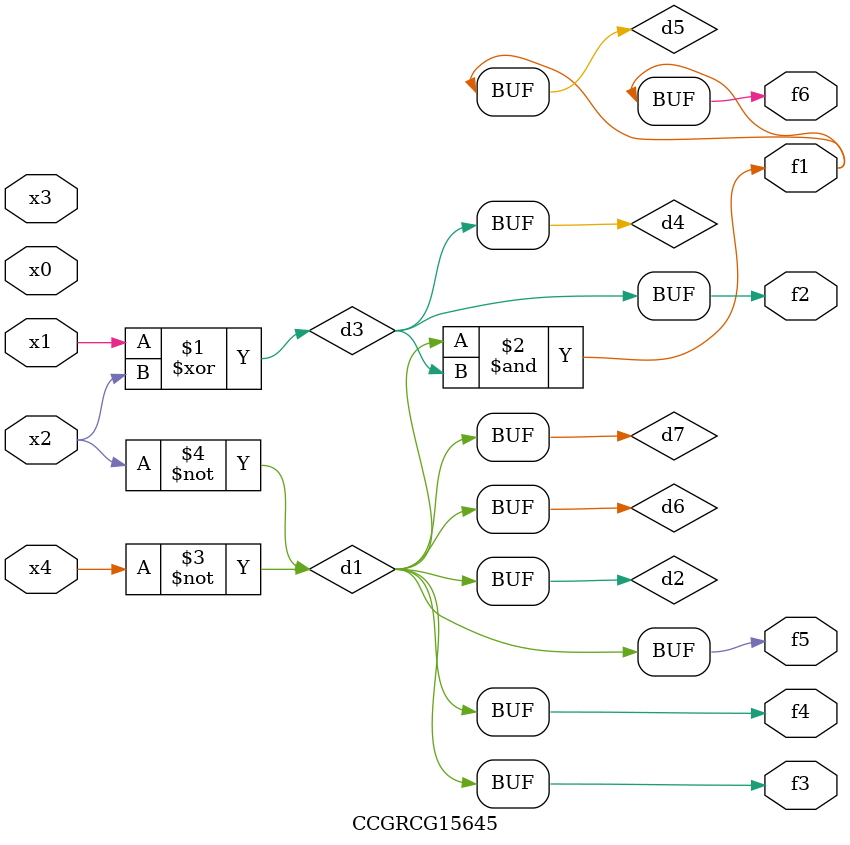
<source format=v>
module CCGRCG15645(
	input x0, x1, x2, x3, x4,
	output f1, f2, f3, f4, f5, f6
);

	wire d1, d2, d3, d4, d5, d6, d7;

	not (d1, x4);
	not (d2, x2);
	xor (d3, x1, x2);
	buf (d4, d3);
	and (d5, d1, d3);
	buf (d6, d1, d2);
	buf (d7, d2);
	assign f1 = d5;
	assign f2 = d4;
	assign f3 = d7;
	assign f4 = d7;
	assign f5 = d7;
	assign f6 = d5;
endmodule

</source>
